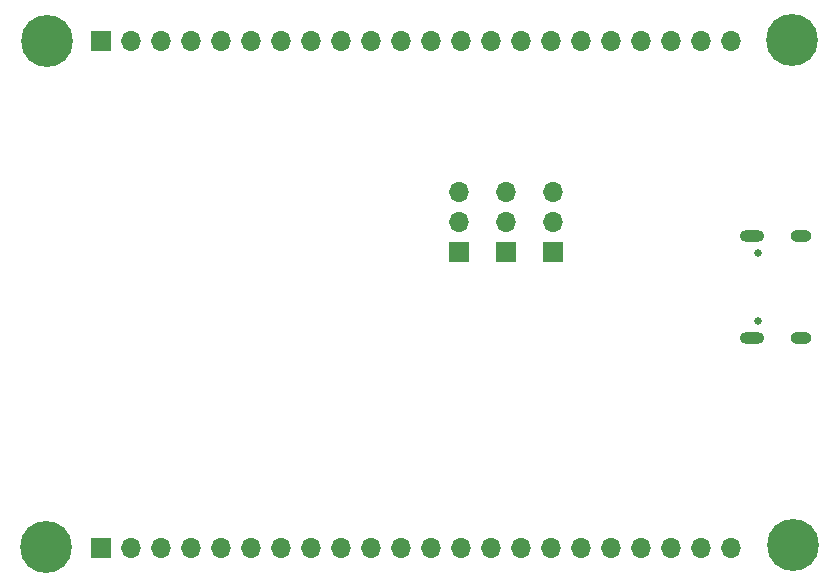
<source format=gbr>
%TF.GenerationSoftware,KiCad,Pcbnew,8.0.8*%
%TF.CreationDate,2025-12-22T10:58:06+04:00*%
%TF.ProjectId,DesignESP32PCB,44657369-676e-4455-9350-33325043422e,rev?*%
%TF.SameCoordinates,Original*%
%TF.FileFunction,Soldermask,Bot*%
%TF.FilePolarity,Negative*%
%FSLAX46Y46*%
G04 Gerber Fmt 4.6, Leading zero omitted, Abs format (unit mm)*
G04 Created by KiCad (PCBNEW 8.0.8) date 2025-12-22 10:58:06*
%MOMM*%
%LPD*%
G01*
G04 APERTURE LIST*
%ADD10R,1.700000X1.700000*%
%ADD11O,1.700000X1.700000*%
%ADD12C,0.700000*%
%ADD13C,4.400000*%
%ADD14O,1.800000X1.000000*%
%ADD15O,2.100000X1.000000*%
%ADD16C,0.650000*%
G04 APERTURE END LIST*
D10*
%TO.C,J5*%
X198621200Y-92223800D03*
D11*
X198621200Y-89683800D03*
X198621200Y-87143800D03*
%TD*%
D10*
%TO.C,J4*%
X202610800Y-92188000D03*
D11*
X202610800Y-89648000D03*
X202610800Y-87108000D03*
%TD*%
D10*
%TO.C,J2*%
X194608000Y-92223800D03*
D11*
X194608000Y-89683800D03*
X194608000Y-87143800D03*
%TD*%
D12*
%TO.C,H2*%
X157994200Y-117201400D03*
X158477474Y-116034674D03*
X158477474Y-118368126D03*
X159644200Y-115551400D03*
D13*
X159644200Y-117201400D03*
D12*
X159644200Y-118851400D03*
X160810926Y-116034674D03*
X160810926Y-118368126D03*
X161294200Y-117201400D03*
%TD*%
%TO.C,H4*%
X221195000Y-74268200D03*
X221678274Y-73101474D03*
X221678274Y-75434926D03*
X222845000Y-72618200D03*
D13*
X222845000Y-74268200D03*
D12*
X222845000Y-75918200D03*
X224011726Y-73101474D03*
X224011726Y-75434926D03*
X224495000Y-74268200D03*
%TD*%
%TO.C,H1*%
X221205400Y-116999000D03*
X221688674Y-115832274D03*
X221688674Y-118165726D03*
X222855400Y-115349000D03*
D13*
X222855400Y-116999000D03*
D12*
X222855400Y-118649000D03*
X224022126Y-115832274D03*
X224022126Y-118165726D03*
X224505400Y-116999000D03*
%TD*%
D10*
%TO.C,J1*%
X164345000Y-117250600D03*
D11*
X166885000Y-117250600D03*
X169425000Y-117250600D03*
X171965000Y-117250600D03*
X174505000Y-117250600D03*
X177045000Y-117250600D03*
X179585000Y-117250600D03*
X182125000Y-117250600D03*
X184665000Y-117250600D03*
X187205000Y-117250600D03*
X189745000Y-117250600D03*
X192285000Y-117250600D03*
X194825000Y-117250600D03*
X197365000Y-117250600D03*
X199905000Y-117250600D03*
X202445000Y-117250600D03*
X204985000Y-117250600D03*
X207525000Y-117250600D03*
X210065000Y-117250600D03*
X212605000Y-117250600D03*
X215145000Y-117250600D03*
X217685000Y-117250600D03*
%TD*%
D12*
%TO.C,H3*%
X161345000Y-74345000D03*
X160861726Y-75511726D03*
X160861726Y-73178274D03*
X159695000Y-75995000D03*
D13*
X159695000Y-74345000D03*
D12*
X159695000Y-72695000D03*
X158528274Y-75511726D03*
X158528274Y-73178274D03*
X158045000Y-74345000D03*
%TD*%
D10*
%TO.C,J3*%
X164305000Y-74385000D03*
D11*
X166845000Y-74385000D03*
X169385000Y-74385000D03*
X171925000Y-74385000D03*
X174465000Y-74385000D03*
X177005000Y-74385000D03*
X179545000Y-74385000D03*
X182085000Y-74385000D03*
X184625000Y-74385000D03*
X187165000Y-74385000D03*
X189705000Y-74385000D03*
X192245000Y-74385000D03*
X194785000Y-74385000D03*
X197325000Y-74385000D03*
X199865000Y-74385000D03*
X202405000Y-74385000D03*
X204945000Y-74385000D03*
X207485000Y-74385000D03*
X210025000Y-74385000D03*
X212565000Y-74385000D03*
X215105000Y-74385000D03*
X217645000Y-74385000D03*
%TD*%
D14*
%TO.C,JUSB1*%
X223570000Y-90878200D03*
D15*
X219390000Y-90878200D03*
D14*
X223570000Y-99518200D03*
D15*
X219390000Y-99518200D03*
D16*
X219890000Y-92308200D03*
X219890000Y-98088200D03*
%TD*%
M02*

</source>
